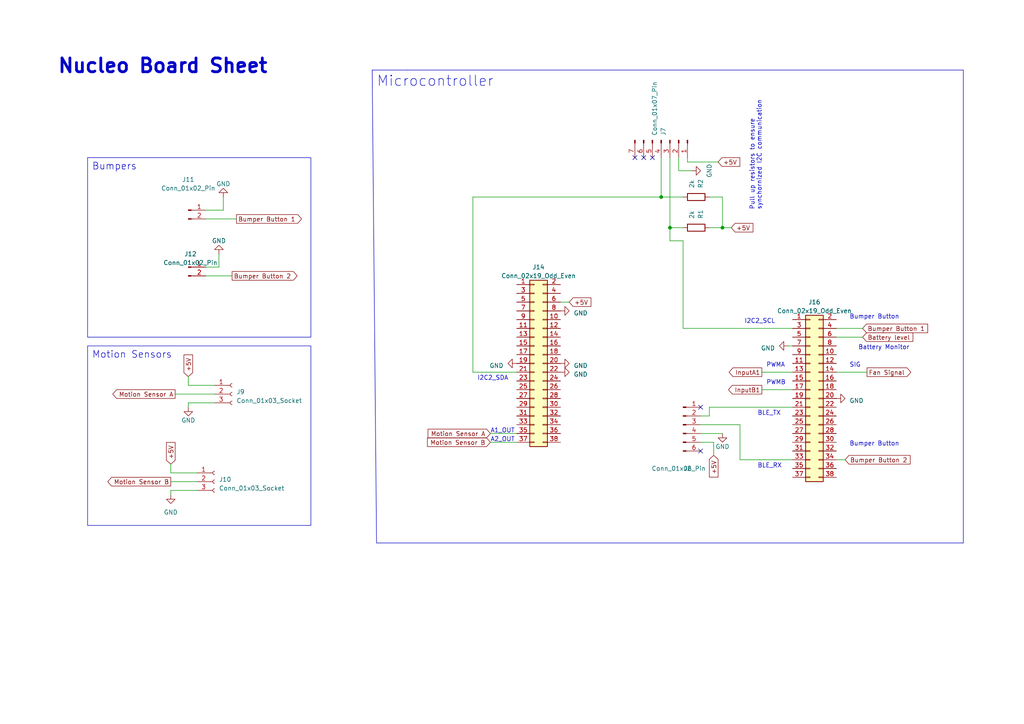
<source format=kicad_sch>
(kicad_sch (version 20230121) (generator eeschema)
  (paper "A4")
  (lib_symbols
    (symbol "Connector:Conn_01x02_Pin" (pin_names (offset 1.016) hide)
      (property "Reference" "J" (at 0 2.54 0))
      (property "Value" "Conn_01x02_Pin" (at 0 -5.08 0))
      (symbol "Conn_01x02_Pin_1_1"
        (polyline (pts (xy 1.27 -2.54) (xy 0.8636 -2.54)) (stroke (width 0.1524)))
        (polyline (pts (xy 1.27 0) (xy 0.8636 0)) (stroke (width 0.1524)))
        (rectangle (start 0.8636 -2.413) (end 0 -2.667) (stroke (width 0.1524)) (fill (type outline)))
        (rectangle (start 0.8636 0.127) (end 0 -0.127) (stroke (width 0.1524)) (fill (type outline)))
        (pin passive line (at 5.08 0 180) (length 3.81) (name "Pin_1") (number "1"))
        (pin passive line (at 5.08 -2.54 180) (length 3.81) (name "Pin_2") (number "2"))
      )
    )
    (symbol "Connector:Conn_01x03_Socket" (pin_names (offset 1.016) hide)
      (property "Reference" "J" (at 0 5.08 0))
      (property "Value" "Conn_01x03_Socket" (at 0 -5.08 0))
      (symbol "Conn_01x03_Socket_1_1"
        (arc (start 0 -2.032) (mid -0.5058 -2.54) (end 0 -3.048) (stroke (width 0.1524)))
        (polyline (pts (xy -1.27 -2.54) (xy -0.508 -2.54)) (stroke (width 0.1524)))
        (polyline (pts (xy -1.27 0) (xy -0.508 0)) (stroke (width 0.1524)))
        (polyline (pts (xy -1.27 2.54) (xy -0.508 2.54)) (stroke (width 0.1524)))
        (arc (start 0 0.508) (mid -0.5058 0) (end 0 -0.508) (stroke (width 0.1524)))
        (arc (start 0 3.048) (mid -0.5058 2.54) (end 0 2.032) (stroke (width 0.1524)))
        (pin passive line (at -5.08 2.54 0) (length 3.81) (name "Pin_1") (number "1"))
        (pin passive line (at -5.08 0 0) (length 3.81) (name "Pin_2") (number "2"))
        (pin passive line (at -5.08 -2.54 0) (length 3.81) (name "Pin_3") (number "3"))
      )
    )
    (symbol "Connector:Conn_01x06_Pin" (pin_names (offset 1.016) hide)
      (property "Reference" "J" (at 0 7.62 0))
      (property "Value" "Conn_01x06_Pin" (at 0 -10.16 0))
      (symbol "Conn_01x06_Pin_1_1"
        (polyline (pts (xy 1.27 -7.62) (xy 0.8636 -7.62)) (stroke (width 0.1524)))
        (polyline (pts (xy 1.27 -5.08) (xy 0.8636 -5.08)) (stroke (width 0.1524)))
        (polyline (pts (xy 1.27 -2.54) (xy 0.8636 -2.54)) (stroke (width 0.1524)))
        (polyline (pts (xy 1.27 0) (xy 0.8636 0)) (stroke (width 0.1524)))
        (polyline (pts (xy 1.27 2.54) (xy 0.8636 2.54)) (stroke (width 0.1524)))
        (polyline (pts (xy 1.27 5.08) (xy 0.8636 5.08)) (stroke (width 0.1524)))
        (rectangle (start 0.8636 -7.493) (end 0 -7.747) (stroke (width 0.1524)) (fill (type outline)))
        (rectangle (start 0.8636 -4.953) (end 0 -5.207) (stroke (width 0.1524)) (fill (type outline)))
        (rectangle (start 0.8636 -2.413) (end 0 -2.667) (stroke (width 0.1524)) (fill (type outline)))
        (rectangle (start 0.8636 0.127) (end 0 -0.127) (stroke (width 0.1524)) (fill (type outline)))
        (rectangle (start 0.8636 2.667) (end 0 2.413) (stroke (width 0.1524)) (fill (type outline)))
        (rectangle (start 0.8636 5.207) (end 0 4.953) (stroke (width 0.1524)) (fill (type outline)))
        (pin passive line (at 5.08 5.08 180) (length 3.81) (name "Pin_1") (number "1"))
        (pin passive line (at 5.08 2.54 180) (length 3.81) (name "Pin_2") (number "2"))
        (pin passive line (at 5.08 0 180) (length 3.81) (name "Pin_3") (number "3"))
        (pin passive line (at 5.08 -2.54 180) (length 3.81) (name "Pin_4") (number "4"))
        (pin passive line (at 5.08 -5.08 180) (length 3.81) (name "Pin_5") (number "5"))
        (pin passive line (at 5.08 -7.62 180) (length 3.81) (name "Pin_6") (number "6"))
      )
    )
    (symbol "Connector:Conn_01x07_Pin" (pin_names (offset 1.016) hide)
      (property "Reference" "J" (at 0 10.16 0))
      (property "Value" "Conn_01x07_Pin" (at 0 -10.16 0))
      (symbol "Conn_01x07_Pin_1_1"
        (polyline (pts (xy 1.27 -7.62) (xy 0.8636 -7.62)) (stroke (width 0.1524)))
        (polyline (pts (xy 1.27 -5.08) (xy 0.8636 -5.08)) (stroke (width 0.1524)))
        (polyline (pts (xy 1.27 -2.54) (xy 0.8636 -2.54)) (stroke (width 0.1524)))
        (polyline (pts (xy 1.27 0) (xy 0.8636 0)) (stroke (width 0.1524)))
        (polyline (pts (xy 1.27 2.54) (xy 0.8636 2.54)) (stroke (width 0.1524)))
        (polyline (pts (xy 1.27 5.08) (xy 0.8636 5.08)) (stroke (width 0.1524)))
        (polyline (pts (xy 1.27 7.62) (xy 0.8636 7.62)) (stroke (width 0.1524)))
        (rectangle (start 0.8636 -7.493) (end 0 -7.747) (stroke (width 0.1524)) (fill (type outline)))
        (rectangle (start 0.8636 -4.953) (end 0 -5.207) (stroke (width 0.1524)) (fill (type outline)))
        (rectangle (start 0.8636 -2.413) (end 0 -2.667) (stroke (width 0.1524)) (fill (type outline)))
        (rectangle (start 0.8636 0.127) (end 0 -0.127) (stroke (width 0.1524)) (fill (type outline)))
        (rectangle (start 0.8636 2.667) (end 0 2.413) (stroke (width 0.1524)) (fill (type outline)))
        (rectangle (start 0.8636 5.207) (end 0 4.953) (stroke (width 0.1524)) (fill (type outline)))
        (rectangle (start 0.8636 7.747) (end 0 7.493) (stroke (width 0.1524)) (fill (type outline)))
        (pin passive line (at 5.08 7.62 180) (length 3.81) (name "Pin_1") (number "1"))
        (pin passive line (at 5.08 5.08 180) (length 3.81) (name "Pin_2") (number "2"))
        (pin passive line (at 5.08 2.54 180) (length 3.81) (name "Pin_3") (number "3"))
        (pin passive line (at 5.08 0 180) (length 3.81) (name "Pin_4") (number "4"))
        (pin passive line (at 5.08 -2.54 180) (length 3.81) (name "Pin_5") (number "5"))
        (pin passive line (at 5.08 -5.08 180) (length 3.81) (name "Pin_6") (number "6"))
        (pin passive line (at 5.08 -7.62 180) (length 3.81) (name "Pin_7") (number "7"))
      )
    )
    (symbol "Connector_Generic:Conn_02x19_Odd_Even" (pin_names (offset 1.016) hide)
      (property "Reference" "J" (at 1.27 25.4 0))
      (property "Value" "Conn_02x19_Odd_Even" (at 1.27 -25.4 0))
      (symbol "Conn_02x19_Odd_Even_1_1"
        (rectangle (start -1.27 -22.733) (end 0 -22.987) (stroke (width 0.1524)))
        (rectangle (start -1.27 -20.193) (end 0 -20.447) (stroke (width 0.1524)))
        (rectangle (start -1.27 -17.653) (end 0 -17.907) (stroke (width 0.1524)))
        (rectangle (start -1.27 -15.113) (end 0 -15.367) (stroke (width 0.1524)))
        (rectangle (start -1.27 -12.573) (end 0 -12.827) (stroke (width 0.1524)))
        (rectangle (start -1.27 -10.033) (end 0 -10.287) (stroke (width 0.1524)))
        (rectangle (start -1.27 -7.493) (end 0 -7.747) (stroke (width 0.1524)))
        (rectangle (start -1.27 -4.953) (end 0 -5.207) (stroke (width 0.1524)))
        (rectangle (start -1.27 -2.413) (end 0 -2.667) (stroke (width 0.1524)))
        (rectangle (start -1.27 0.127) (end 0 -0.127) (stroke (width 0.1524)))
        (rectangle (start -1.27 2.667) (end 0 2.413) (stroke (width 0.1524)))
        (rectangle (start -1.27 5.207) (end 0 4.953) (stroke (width 0.1524)))
        (rectangle (start -1.27 7.747) (end 0 7.493) (stroke (width 0.1524)))
        (rectangle (start -1.27 10.287) (end 0 10.033) (stroke (width 0.1524)))
        (rectangle (start -1.27 12.827) (end 0 12.573) (stroke (width 0.1524)))
        (rectangle (start -1.27 15.367) (end 0 15.113) (stroke (width 0.1524)))
        (rectangle (start -1.27 17.907) (end 0 17.653) (stroke (width 0.1524)))
        (rectangle (start -1.27 20.447) (end 0 20.193) (stroke (width 0.1524)))
        (rectangle (start -1.27 22.987) (end 0 22.733) (stroke (width 0.1524)))
        (rectangle (start -1.27 24.13) (end 3.81 -24.13) (stroke (width 0.254)) (fill (type background)))
        (rectangle (start 3.81 -22.733) (end 2.54 -22.987) (stroke (width 0.1524)))
        (rectangle (start 3.81 -20.193) (end 2.54 -20.447) (stroke (width 0.1524)))
        (rectangle (start 3.81 -17.653) (end 2.54 -17.907) (stroke (width 0.1524)))
        (rectangle (start 3.81 -15.113) (end 2.54 -15.367) (stroke (width 0.1524)))
        (rectangle (start 3.81 -12.573) (end 2.54 -12.827) (stroke (width 0.1524)))
        (rectangle (start 3.81 -10.033) (end 2.54 -10.287) (stroke (width 0.1524)))
        (rectangle (start 3.81 -7.493) (end 2.54 -7.747) (stroke (width 0.1524)))
        (rectangle (start 3.81 -4.953) (end 2.54 -5.207) (stroke (width 0.1524)))
        (rectangle (start 3.81 -2.413) (end 2.54 -2.667) (stroke (width 0.1524)))
        (rectangle (start 3.81 0.127) (end 2.54 -0.127) (stroke (width 0.1524)))
        (rectangle (start 3.81 2.667) (end 2.54 2.413) (stroke (width 0.1524)))
        (rectangle (start 3.81 5.207) (end 2.54 4.953) (stroke (width 0.1524)))
        (rectangle (start 3.81 7.747) (end 2.54 7.493) (stroke (width 0.1524)))
        (rectangle (start 3.81 10.287) (end 2.54 10.033) (stroke (width 0.1524)))
        (rectangle (start 3.81 12.827) (end 2.54 12.573) (stroke (width 0.1524)))
        (rectangle (start 3.81 15.367) (end 2.54 15.113) (stroke (width 0.1524)))
        (rectangle (start 3.81 17.907) (end 2.54 17.653) (stroke (width 0.1524)))
        (rectangle (start 3.81 20.447) (end 2.54 20.193) (stroke (width 0.1524)))
        (rectangle (start 3.81 22.987) (end 2.54 22.733) (stroke (width 0.1524)))
        (pin passive line (at -5.08 22.86 0) (length 3.81) (name "Pin_1") (number "1"))
        (pin passive line (at 7.62 12.7 180) (length 3.81) (name "Pin_10") (number "10"))
        (pin passive line (at -5.08 10.16 0) (length 3.81) (name "Pin_11") (number "11"))
        (pin passive line (at 7.62 10.16 180) (length 3.81) (name "Pin_12") (number "12"))
        (pin passive line (at -5.08 7.62 0) (length 3.81) (name "Pin_13") (number "13"))
        (pin passive line (at 7.62 7.62 180) (length 3.81) (name "Pin_14") (number "14"))
        (pin passive line (at -5.08 5.08 0) (length 3.81) (name "Pin_15") (number "15"))
        (pin passive line (at 7.62 5.08 180) (length 3.81) (name "Pin_16") (number "16"))
        (pin passive line (at -5.08 2.54 0) (length 3.81) (name "Pin_17") (number "17"))
        (pin passive line (at 7.62 2.54 180) (length 3.81) (name "Pin_18") (number "18"))
        (pin passive line (at -5.08 0 0) (length 3.81) (name "Pin_19") (number "19"))
        (pin passive line (at 7.62 22.86 180) (length 3.81) (name "Pin_2") (number "2"))
        (pin passive line (at 7.62 0 180) (length 3.81) (name "Pin_20") (number "20"))
        (pin passive line (at -5.08 -2.54 0) (length 3.81) (name "Pin_21") (number "21"))
        (pin passive line (at 7.62 -2.54 180) (length 3.81) (name "Pin_22") (number "22"))
        (pin passive line (at -5.08 -5.08 0) (length 3.81) (name "Pin_23") (number "23"))
        (pin passive line (at 7.62 -5.08 180) (length 3.81) (name "Pin_24") (number "24"))
        (pin passive line (at -5.08 -7.62 0) (length 3.81) (name "Pin_25") (number "25"))
        (pin passive line (at 7.62 -7.62 180) (length 3.81) (name "Pin_26") (number "26"))
        (pin passive line (at -5.08 -10.16 0) (length 3.81) (name "Pin_27") (number "27"))
        (pin passive line (at 7.62 -10.16 180) (length 3.81) (name "Pin_28") (number "28"))
        (pin passive line (at -5.08 -12.7 0) (length 3.81) (name "Pin_29") (number "29"))
        (pin passive line (at -5.08 20.32 0) (length 3.81) (name "Pin_3") (number "3"))
        (pin passive line (at 7.62 -12.7 180) (length 3.81) (name "Pin_30") (number "30"))
        (pin passive line (at -5.08 -15.24 0) (length 3.81) (name "Pin_31") (number "31"))
        (pin passive line (at 7.62 -15.24 180) (length 3.81) (name "Pin_32") (number "32"))
        (pin passive line (at -5.08 -17.78 0) (length 3.81) (name "Pin_33") (number "33"))
        (pin passive line (at 7.62 -17.78 180) (length 3.81) (name "Pin_34") (number "34"))
        (pin passive line (at -5.08 -20.32 0) (length 3.81) (name "Pin_35") (number "35"))
        (pin passive line (at 7.62 -20.32 180) (length 3.81) (name "Pin_36") (number "36"))
        (pin passive line (at -5.08 -22.86 0) (length 3.81) (name "Pin_37") (number "37"))
        (pin passive line (at 7.62 -22.86 180) (length 3.81) (name "Pin_38") (number "38"))
        (pin passive line (at 7.62 20.32 180) (length 3.81) (name "Pin_4") (number "4"))
        (pin passive line (at -5.08 17.78 0) (length 3.81) (name "Pin_5") (number "5"))
        (pin passive line (at 7.62 17.78 180) (length 3.81) (name "Pin_6") (number "6"))
        (pin passive line (at -5.08 15.24 0) (length 3.81) (name "Pin_7") (number "7"))
        (pin passive line (at 7.62 15.24 180) (length 3.81) (name "Pin_8") (number "8"))
        (pin passive line (at -5.08 12.7 0) (length 3.81) (name "Pin_9") (number "9"))
      )
    )
    (symbol "Device:R" (pin_numbers hide) (pin_names (offset 0))
      (property "Reference" "R" (at 2.032 0 90))
      (property "Value" "R" (at 0 0 90))
      (symbol "R_0_1"
        (rectangle (start -1.016 -2.54) (end 1.016 2.54) (stroke (width 0.254)))
      )
      (symbol "R_1_1"
        (pin passive line (at 0 3.81 270) (length 1.27) (name "~") (number "1"))
        (pin passive line (at 0 -3.81 90) (length 1.27) (name "~") (number "2"))
      )
    )
    (symbol "power:GND" (power) (pin_names (offset 0))
      (property "Value" "GND" (at 0 -3.81 0))
      (symbol "GND_0_1"
        (polyline (pts (xy 0 0) (xy 0 -1.27) (xy 1.27 -1.27) (xy 0 -2.54) (xy -1.27 -1.27) (xy 0 -1.27)))
      )
      (symbol "GND_1_1"
        (pin power_in line (at 0 0 270) (length 0) hide (name "GND") (number "1"))
      )
    )
  )
  (junction (at 194.31 66.04))
  (junction (at 209.55 66.04))
  (junction (at 191.77 57.15))
  (no_connect (at 186.69 45.72))
  (no_connect (at 203.2 118.11))
  (no_connect (at 203.2 130.81))
  (no_connect (at 189.23 45.72))
  (no_connect (at 184.15 45.72))
  (wire (pts (xy 137.16 57.15) (xy 137.16 107.95)))
  (wire (pts (xy 49.53 137.16) (xy 57.15 137.16)))
  (wire (pts (xy 59.69 60.96) (xy 64.77 60.96)))
  (wire (pts (xy 245.11 133.35) (xy 242.57 133.35)))
  (wire (pts (xy 250.19 95.25) (xy 242.57 95.25)))
  (wire (pts (xy 64.77 60.96) (xy 64.77 57.15)))
  (wire (pts (xy 54.61 116.84) (xy 54.61 118.11)))
  (wire (pts (xy 199.39 45.72) (xy 199.39 46.99)))
  (wire (pts (xy 203.2 125.73) (xy 209.55 125.73)))
  (wire (pts (xy 54.61 109.22) (xy 54.61 111.76)))
  (wire (pts (xy 50.8 114.3) (xy 62.23 114.3)))
  (polyline (pts (xy 118.11 20.32) (xy 279.4 20.32)))
  (wire (pts (xy 137.16 57.15) (xy 191.77 57.15)))
  (wire (pts (xy 205.74 118.11) (xy 229.87 118.11)))
  (wire (pts (xy 214.63 133.35) (xy 229.87 133.35)))
  (wire (pts (xy 49.53 134.62) (xy 49.53 137.16)))
  (wire (pts (xy 54.61 116.84) (xy 62.23 116.84)))
  (wire (pts (xy 209.55 66.04) (xy 205.74 66.04)))
  (wire (pts (xy 220.98 113.03) (xy 229.87 113.03)))
  (wire (pts (xy 196.85 49.53) (xy 200.66 49.53)))
  (wire (pts (xy 207.01 128.27) (xy 207.01 132.08)))
  (wire (pts (xy 49.53 142.24) (xy 49.53 143.51)))
  (polyline (pts (xy 279.4 20.32) (xy 279.4 157.48)))
  (wire (pts (xy 149.86 107.95) (xy 137.16 107.95)))
  (wire (pts (xy 63.5 77.47) (xy 63.5 73.66)))
  (wire (pts (xy 142.24 125.73) (xy 149.86 125.73)))
  (wire (pts (xy 229.87 95.25) (xy 198.12 95.25)))
  (wire (pts (xy 49.53 142.24) (xy 57.15 142.24)))
  (wire (pts (xy 212.09 66.04) (xy 209.55 66.04)))
  (wire (pts (xy 194.31 66.04) (xy 194.31 69.85)))
  (wire (pts (xy 214.63 123.19) (xy 214.63 133.35)))
  (polyline (pts (xy 107.95 20.32) (xy 118.11 20.32)))
  (wire (pts (xy 198.12 69.85) (xy 194.31 69.85)))
  (wire (pts (xy 205.74 57.15) (xy 209.55 57.15)))
  (polyline (pts (xy 109.22 157.48) (xy 107.95 20.32)))
  (wire (pts (xy 59.69 77.47) (xy 63.5 77.47)))
  (wire (pts (xy 54.61 111.76) (xy 62.23 111.76)))
  (wire (pts (xy 191.77 57.15) (xy 191.77 45.72)))
  (wire (pts (xy 208.28 46.99) (xy 199.39 46.99)))
  (wire (pts (xy 198.12 66.04) (xy 194.31 66.04)))
  (wire (pts (xy 194.31 66.04) (xy 194.31 45.72)))
  (wire (pts (xy 59.69 63.5) (xy 68.58 63.5)))
  (wire (pts (xy 250.19 97.79) (xy 242.57 97.79)))
  (wire (pts (xy 198.12 69.85) (xy 198.12 95.25)))
  (wire (pts (xy 203.2 128.27) (xy 207.01 128.27)))
  (wire (pts (xy 205.74 118.11) (xy 205.74 120.65)))
  (wire (pts (xy 251.46 107.95) (xy 242.57 107.95)))
  (wire (pts (xy 59.69 80.01) (xy 67.31 80.01)))
  (wire (pts (xy 220.98 107.95) (xy 229.87 107.95)))
  (wire (pts (xy 205.74 120.65) (xy 203.2 120.65)))
  (wire (pts (xy 209.55 57.15) (xy 209.55 66.04)))
  (wire (pts (xy 49.53 139.7) (xy 57.15 139.7)))
  (wire (pts (xy 214.63 123.19) (xy 203.2 123.19)))
  (wire (pts (xy 142.24 128.27) (xy 149.86 128.27)))
  (polyline (pts (xy 279.4 157.48) (xy 109.22 157.48)))
  (wire (pts (xy 198.12 57.15) (xy 191.77 57.15)))
  (wire (pts (xy 196.85 49.53) (xy 196.85 45.72)))
  (wire (pts (xy 165.1 87.63) (xy 162.56 87.63)))
  (wire (pts (xy 228.6 100.33) (xy 229.87 100.33)))
  (rectangle (start 25.4 45.72) (end 90.17 97.79))
  (rectangle (start 25.4 100.33) (end 90.17 152.4))
  (text "SIG" (at 246.38 106.68 0) (effects (font (size 1.27 1.27)) (justify left bottom)))
  (text "Bumpers" (at 26.67 49.53 0) (effects (font (size 2 2)) (justify left bottom)))
  (text "Nucleo Board Sheet" (at 16.51 21.59 0) (effects (font (size 4 4) bold) (justify left bottom)))
  (text "PWMB" (at 222.25 111.76 0) (effects (font (size 1.27 1.27)) (justify left bottom)))
  (text "Pull up resistors to ensure \nsynchornized I2C communication" (at 220.98 60.96 90) (effects (font (size 1.27 1.27)) (justify left bottom)))
  (text "Battery Monitor" (at 248.92 101.6 0) (effects (font (size 1.27 1.27)) (justify left bottom)))
  (text "BLE_TX" (at 219.71 120.65 0) (effects (font (size 1.27 1.27)) (justify left bottom)))
  (text "Motion Sensors" (at 26.67 104.14 0) (effects (font (size 2 2)) (justify left bottom)))
  (text "Microcontroller" (at 109.22 25.4 0) (effects (font (size 3 3)) (justify left bottom)))
  (text "A1_OUT" (at 142.24 125.73 0) (effects (font (size 1.27 1.27)) (justify left bottom)))
  (text "BLE_RX" (at 219.71 135.89 0) (effects (font (size 1.27 1.27)) (justify left bottom)))
  (text "I2C2_SDA" (at 138.43 110.49 0) (effects (font (size 1.27 1.27)) (justify left bottom)))
  (text "Bumper Button" (at 246.38 129.54 0) (effects (font (size 1.27 1.27)) (justify left bottom)))
  (text "Bumper Button" (at 246.38 92.71 0) (effects (font (size 1.27 1.27)) (justify left bottom)))
  (text "PWMA" (at 222.25 106.68 0) (effects (font (size 1.27 1.27)) (justify left bottom)))
  (text "I2C2_SCL" (at 215.9 93.98 0) (effects (font (size 1.27 1.27)) (justify left bottom)))
  (text "A2_OUT" (at 142.24 128.27 0) (effects (font (size 1.27 1.27)) (justify left bottom)))
  (global_label "Bumper Button 1" (shape output) (at 68.58 63.5 0) (property "Intersheetrefs" "${INTERSHEET_REFS}" (effects hide)))
  (global_label "Motion Sensor A" (shape input) (at 142.24 125.73 180) (property "Intersheetrefs" "${INTERSHEET_REFS}" (effects hide)))
  (global_label "Motion Sensor B" (shape input) (at 142.24 128.27 180) (property "Intersheetrefs" "${INTERSHEET_REFS}" (effects hide)))
  (global_label "Bumper Button 2" (shape input) (at 245.11 133.35 0) (property "Intersheetrefs" "${INTERSHEET_REFS}" (effects hide)))
  (global_label "Battery level" (shape input) (at 250.19 97.79 0) (property "Intersheetrefs" "${INTERSHEET_REFS}" (effects hide)))
  (global_label "+5V" (shape input) (at 208.28 46.99 0) (property "Intersheetrefs" "${INTERSHEET_REFS}" (effects hide)))
  (global_label "+5V" (shape input) (at 54.61 109.22 90) (property "Intersheetrefs" "${INTERSHEET_REFS}" (effects hide)))
  (global_label "Fan Signal" (shape output) (at 251.46 107.95 0) (property "Intersheetrefs" "${INTERSHEET_REFS}" (effects hide)))
  (global_label "Motion Sensor A" (shape output) (at 50.8 114.3 180) (property "Intersheetrefs" "${INTERSHEET_REFS}" (effects hide)))
  (global_label "+5V" (shape input) (at 49.53 134.62 90) (property "Intersheetrefs" "${INTERSHEET_REFS}" (effects hide)))
  (global_label "Bumper Button 2" (shape output) (at 67.31 80.01 0) (property "Intersheetrefs" "${INTERSHEET_REFS}" (effects hide)))
  (global_label "+5V" (shape input) (at 165.1 87.63 0) (property "Intersheetrefs" "${INTERSHEET_REFS}" (effects hide)))
  (global_label "InputA1" (shape output) (at 220.98 107.95 180) (property "Intersheetrefs" "${INTERSHEET_REFS}" (effects hide)))
  (global_label "Motion Sensor B" (shape output) (at 49.53 139.7 180) (property "Intersheetrefs" "${INTERSHEET_REFS}" (effects hide)))
  (global_label "+5V" (shape input) (at 212.09 66.04 0) (property "Intersheetrefs" "${INTERSHEET_REFS}" (effects hide)))
  (global_label "InputB1" (shape output) (at 220.98 113.03 180) (property "Intersheetrefs" "${INTERSHEET_REFS}" (effects hide)))
  (global_label "Bumper Button 1" (shape input) (at 250.19 95.25 0) (property "Intersheetrefs" "${INTERSHEET_REFS}" (effects hide)))
  (global_label "+5V" (shape input) (at 207.01 132.08 270) (property "Intersheetrefs" "${INTERSHEET_REFS}" (effects hide)))
  (symbol (lib_id "power:GND") (at 162.56 90.17 90) (unit 1)
    (property "Reference" "#PWR?" (effects hide))
    (property "Value" "GND" (at 166.37 90.805 90) (effects (justify right)))
    (instances (project "ESP" (path "" (reference "#PWR?") (unit 1)) (path "" (reference "#PWR05") (unit 1))))
  )
  (symbol (lib_id "power:GND") (at 162.56 107.95 90) (unit 1)
    (property "Reference" "#PWR?" (effects hide))
    (property "Value" "GND" (at 166.37 108.585 90) (effects (justify right)))
    (instances (project "ESP" (path "" (reference "#PWR?") (unit 1)) (path "" (reference "#PWR027") (unit 1))))
  )
  (symbol (lib_id "power:GND") (at 209.55 125.73 0) (mirror y) (unit 1)
    (property "Reference" "#PWR?" (effects hide))
    (property "Value" "GND" (at 209.55 129.54 0))
    (instances (project "ESP" (path "" (reference "#PWR?") (unit 1)) (path "" (reference "#PWR02") (unit 1))))
  )
  (symbol (lib_id "Connector:Conn_01x02_Pin") (at 54.61 77.47 0) (unit 1)
    (property "Reference" "J12" (at 55.245 73.66 0))
    (property "Value" "Conn_01x02_Pin" (at 55.245 76.2 0))
    (property "Footprint" "Connector_PinSocket_1.00mm:PinSocket_1x02_P1.00mm_Vertical" (effects hide))
  )
  (symbol (lib_id "power:GND") (at 242.57 115.57 90) (unit 1)
    (property "Reference" "#PWR?" (effects hide))
    (property "Value" "GND" (at 246.38 116.205 90) (effects (justify right)))
    (instances (project "ESP" (path "" (reference "#PWR?") (unit 1)) (path "" (reference "#PWR035") (unit 1))))
  )
  (symbol (lib_id "Connector:Conn_01x07_Pin") (at 191.77 40.64 270) (unit 1)
    (property "Reference" "J7" (at 192.405 39.37 0) (effects (justify right)))
    (property "Value" "Conn_01x07_Pin" (at 189.865 39.37 0) (effects (justify right)))
    (property "Footprint" "Connector_PinSocket_2.54mm:PinSocket_1x07_P2.54mm_Vertical" (effects hide))
  )
  (symbol (lib_id "power:GND") (at 162.56 105.41 90) (unit 1)
    (property "Reference" "#PWR?" (effects hide))
    (property "Value" "GND" (at 166.37 106.045 90) (effects (justify right)))
    (instances (project "ESP" (path "" (reference "#PWR?") (unit 1)) (path "" (reference "#PWR026") (unit 1))))
  )
  (symbol (lib_id "Device:R") (at 201.93 57.15 270) (mirror x) (unit 1)
    (property "Reference" "R2" (at 203.2001 54.61 0) (effects (justify left)))
    (property "Value" "2k" (at 200.6601 54.61 0) (effects (justify left)))
    (property "Footprint" "Resistor_SMD:R_1206_3216Metric_Pad1.30x1.75mm_HandSolder" (effects hide))
    (property "digikey link" "https://www.digikey.fi/en/products/detail/yageo/RT0402BRD072KL/1069198" (effects hide))
    (property "Price" "0,46" (effects hide))
    (instances (project "ESP" (path "" (reference "R2") (unit 1)) (path "" (reference "R7") (unit 1))))
  )
  (symbol (lib_id "power:GND") (at 63.5 73.66 180) (unit 1)
    (property "Reference" "#PWR?" (effects hide))
    (property "Value" "GND" (at 63.5 69.85 0))
    (instances (project "ESP" (path "" (reference "#PWR?") (unit 1)) (path "" (reference "#PWR030") (unit 1))))
  )
  (symbol (lib_id "Connector_Generic:Conn_02x19_Odd_Even") (at 154.94 105.41 0) (unit 1)
    (property "Reference" "J14" (at 156.21 77.47 0))
    (property "Value" "Conn_02x19_Odd_Even" (at 156.21 80.01 0))
    (property "Footprint" "Connector_PinSocket_2.54mm:PinSocket_2x19_P2.54mm_Vertical" (effects hide))
  )
  (symbol (lib_id "Device:R") (at 201.93 66.04 270) (mirror x) (unit 1)
    (property "Reference" "R1" (at 203.2001 63.5 0) (effects (justify left)))
    (property "Value" "2k" (at 200.6601 63.5 0) (effects (justify left)))
    (property "Footprint" "Resistor_SMD:R_1206_3216Metric_Pad1.30x1.75mm_HandSolder" (effects hide))
    (property "digikey link" "https://www.digikey.fi/en/products/detail/yageo/RT0402BRD072KL/1069198" (effects hide))
    (property "Price" "0,46" (effects hide))
  )
  (symbol (lib_id "Connector_Generic:Conn_02x19_Odd_Even") (at 234.95 115.57 0) (unit 1)
    (property "Reference" "J16" (at 236.22 87.63 0))
    (property "Value" "Conn_02x19_Odd_Even" (at 236.22 90.17 0))
    (property "Footprint" "Connector_PinSocket_2.54mm:PinSocket_2x19_P2.54mm_Vertical" (effects hide))
  )
  (symbol (lib_id "power:GND") (at 200.66 49.53 90) (unit 1)
    (property "Reference" "#PWR?" (effects hide))
    (property "Value" "GND" (at 205.74 49.53 0))
    (instances (project "ESP" (path "" (reference "#PWR?") (unit 1)) (path "" (reference "#PWR01") (unit 1))))
  )
  (symbol (lib_id "power:GND") (at 149.86 105.41 270) (unit 1)
    (property "Reference" "#PWR?" (effects hide))
    (property "Value" "GND" (at 146.05 106.045 90) (effects (justify right)))
    (instances (project "ESP" (path "" (reference "#PWR?") (unit 1)) (path "" (reference "#PWR034") (unit 1))))
  )
  (symbol (lib_id "Connector:Conn_01x03_Socket") (at 62.23 139.7 0) (unit 1)
    (property "Reference" "J10" (at 63.5 139.065 0) (effects (justify left)))
    (property "Value" "Conn_01x03_Socket" (at 63.5 141.605 0) (effects (justify left)))
    (property "Footprint" "Connector_PinHeader_1.00mm:PinHeader_1x03_P1.00mm_Vertical" (effects hide))
    (property "digikey link" "https://www.digikey.it/en/products/detail/metz-connect-usa-inc/31017103/7794879" (effects hide))
    (property "Price" "0,68" (effects hide))
  )
  (symbol (lib_id "power:GND") (at 64.77 57.15 180) (unit 1)
    (property "Reference" "#PWR?" (effects hide))
    (property "Value" "GND" (at 64.77 53.34 0))
    (instances (project "ESP" (path "" (reference "#PWR?") (unit 1)) (path "" (reference "#PWR031") (unit 1))))
  )
  (symbol (lib_id "power:GND") (at 49.53 143.51 0) (unit 1)
    (property "Reference" "#PWR?" (effects hide))
    (property "Value" "GND" (at 49.53 148.59 0))
    (instances (project "ESP" (path "" (reference "#PWR?") (unit 1)) (path "" (reference "#PWR029") (unit 1))))
  )
  (symbol (lib_id "Connector:Conn_01x02_Pin") (at 54.61 60.96 0) (unit 1)
    (property "Reference" "J11" (at 54.61 52.07 0))
    (property "Value" "Conn_01x02_Pin" (at 54.61 54.61 0))
    (property "Footprint" "Connector_PinSocket_1.00mm:PinSocket_1x02_P1.00mm_Vertical" (effects hide))
  )
  (symbol (lib_id "Connector:Conn_01x06_Pin") (at 198.12 123.19 0) (unit 1)
    (property "Reference" "J2" (at 199.39 135.89 0))
    (property "Value" "Conn_01x06_Pin" (at 196.85 135.89 0))
    (property "Footprint" "Connector_PinSocket_2.54mm:PinSocket_1x06_P2.54mm_Vertical" (effects hide))
  )
  (symbol (lib_id "power:GND") (at 228.6 100.33 270) (unit 1)
    (property "Reference" "#PWR?" (effects hide))
    (property "Value" "GND" (at 224.79 100.965 90) (effects (justify right)))
    (instances (project "ESP" (path "" (reference "#PWR?") (unit 1)) (path "" (reference "#PWR036") (unit 1))))
  )
  (symbol (lib_id "power:GND") (at 54.61 118.11 0) (unit 1)
    (property "Reference" "#PWR?" (effects hide))
    (property "Value" "GND" (at 54.61 121.92 0))
    (instances (project "ESP" (path "" (reference "#PWR?") (unit 1)) (path "" (reference "#PWR028") (unit 1))))
  )
  (symbol (lib_id "Connector:Conn_01x03_Socket") (at 67.31 114.3 0) (unit 1)
    (property "Reference" "J9" (at 68.58 113.665 0) (effects (justify left)))
    (property "Value" "Conn_01x03_Socket" (at 68.58 116.205 0) (effects (justify left)))
    (property "Footprint" "Connector_PinHeader_1.00mm:PinHeader_1x03_P1.00mm_Vertical" (effects hide))
    (property "digikey link" "https://www.digikey.it/en/products/detail/metz-connect-usa-inc/31017103/7794879" (effects hide))
    (property "Price" "0,68" (effects hide))
  )
)
</source>
